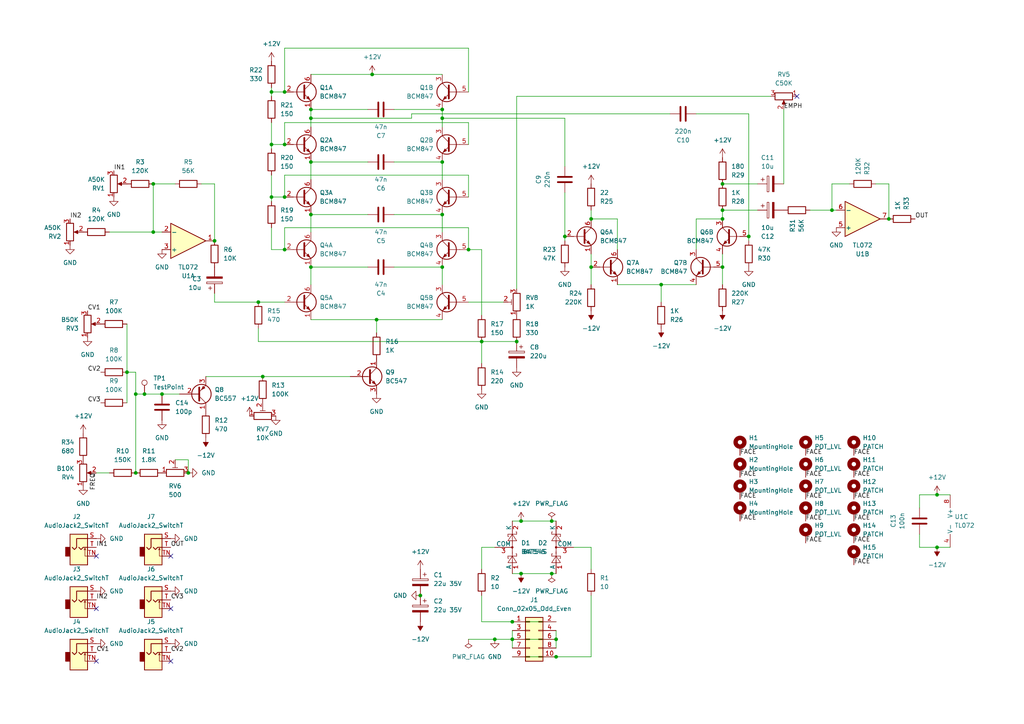
<source format=kicad_sch>
(kicad_sch (version 20230121) (generator eeschema)
  (paper "A4")
  (lib_symbols
    (symbol "Amplifier_Operational:TL072" (pin_names (offset 0.127))
      (property "Reference" "U" (at 0 5.08 0))
      (property "Value" "TL072" (at 0 -5.08 0))
      (symbol "TL072_1_1"
        (pin output line (at 7.62 0 180) (length 2.54) (name "~") (number "1"))
        (pin input line (at -7.62 -2.54 0) (length 2.54) (name "-") (number "2"))
        (pin input line (at -7.62 2.54 0) (length 2.54) (name "+") (number "3"))
      )
      (symbol "TL072_2_1"
        (pin input line (at -7.62 2.54 0) (length 2.54) (name "+") (number "5"))
        (pin input line (at -7.62 -2.54 0) (length 2.54) (name "-") (number "6"))
        (pin output line (at 7.62 0 180) (length 2.54) (name "~") (number "7"))
      )
      (symbol "TL072_3_1"
        (pin power_in line (at -2.54 -7.62 90) (length 3.81) (name "V-") (number "4"))
        (pin power_in line (at -2.54 7.62 270) (length 3.81) (name "V+") (number "8"))
      )
    )
    (symbol "Connector:TestPoint" (pin_numbers hide) (pin_names (offset 0.762) hide)
      (property "Reference" "TP" (at 0 6.858 0))
      (property "Value" "TestPoint" (at 0 5.08 0))
      (symbol "TestPoint_1_1"
        (pin passive line (at 0 0 90) (length 2.54) (name "1") (number "1"))
      )
    )
    (symbol "Device:C" (pin_numbers hide) (pin_names (offset 0.254))
      (property "Reference" "C" (at 0.635 2.54 0))
      (property "Value" "C" (at 0.635 -2.54 0))
      (symbol "C_1_1"
        (pin passive line (at 0 3.81 270) (length 2.794) (name "~") (number "1"))
        (pin passive line (at 0 -3.81 90) (length 2.794) (name "~") (number "2"))
      )
    )
    (symbol "Device:C_Polarized" (pin_numbers hide) (pin_names (offset 0.254))
      (property "Reference" "C" (at 0.635 2.54 0))
      (property "Value" "C_Polarized" (at 0.635 -2.54 0))
      (symbol "C_Polarized_1_1"
        (pin passive line (at 0 3.81 270) (length 2.794) (name "~") (number "1"))
        (pin passive line (at 0 -3.81 90) (length 2.794) (name "~") (number "2"))
      )
    )
    (symbol "Device:Q_Dual_NPN_NPN_E1B1C2E2B2C1" (pin_names (offset 0) hide)
      (property "Reference" "Q" (at 5.08 1.27 0))
      (property "Value" "Q_Dual_NPN_NPN_E1B1C2E2B2C1" (at 5.08 -1.27 0))
      (symbol "Q_Dual_NPN_NPN_E1B1C2E2B2C1_1_1"
        (pin passive line (at 2.54 -5.08 90) (length 2.54) (name "E1") (number "1"))
        (pin input line (at -5.08 0 0) (length 2.54) (name "B1") (number "2"))
        (pin passive line (at 2.54 5.08 270) (length 2.54) (name "C1") (number "6"))
      )
      (symbol "Q_Dual_NPN_NPN_E1B1C2E2B2C1_2_1"
        (pin passive line (at 2.54 5.08 270) (length 2.54) (name "C2") (number "3"))
        (pin passive line (at 2.54 -5.08 90) (length 2.54) (name "E2") (number "4"))
        (pin input line (at -5.08 0 0) (length 2.54) (name "B2") (number "5"))
      )
    )
    (symbol "Device:R" (pin_numbers hide) (pin_names (offset 0))
      (property "Reference" "R" (at 2.032 0 90))
      (property "Value" "R" (at 0 0 90))
      (symbol "R_1_1"
        (pin passive line (at 0 3.81 270) (length 1.27) (name "~") (number "1"))
        (pin passive line (at 0 -3.81 90) (length 1.27) (name "~") (number "2"))
      )
    )
    (symbol "Device:R_Potentiometer" (pin_names (offset 1.016) hide)
      (property "Reference" "RV" (at -4.445 0 90))
      (property "Value" "R_Potentiometer" (at -2.54 0 90))
      (symbol "R_Potentiometer_1_1"
        (pin passive line (at 0 3.81 270) (length 1.27) (name "1") (number "1"))
        (pin passive line (at 3.81 0 180) (length 1.27) (name "2") (number "2"))
        (pin passive line (at 0 -3.81 90) (length 1.27) (name "3") (number "3"))
      )
    )
    (symbol "Device:R_Potentiometer_Trim" (pin_names (offset 1.016) hide)
      (property "Reference" "RV" (at -4.445 0 90))
      (property "Value" "R_Potentiometer_Trim" (at -2.54 0 90))
      (symbol "R_Potentiometer_Trim_1_1"
        (pin passive line (at 0 3.81 270) (length 1.27) (name "1") (number "1"))
        (pin passive line (at 3.81 0 180) (length 1.27) (name "2") (number "2"))
        (pin passive line (at 0 -3.81 90) (length 1.27) (name "3") (number "3"))
      )
    )
    (symbol "Diode:BAT54S" (pin_names (offset 0))
      (property "Reference" "D" (at 2.54 -5.08 0))
      (property "Value" "BAT54S" (at -6.35 3.175 0))
      (symbol "BAT54S_1_1"
        (pin passive line (at -7.62 0 0) (length 3.81) (name "A") (number "1"))
        (pin passive line (at 7.62 0 180) (length 3.81) (name "K") (number "2"))
        (pin passive line (at 0 -5.08 90) (length 5.08) (name "COM") (number "3"))
      )
    )
    (symbol "Eurorack:AudioJack2_SwitchT"
      (property "Reference" "J" (at 0 8.89 0))
      (property "Value" "AudioJack2_SwitchT" (at 0 6.35 0))
      (symbol "AudioJack2_SwitchT_1_1"
        (pin passive line (at 5.08 2.54 180) (length 2.54) (name "~") (number "S"))
        (pin passive line (at 5.08 0 180) (length 2.54) (name "~") (number "T"))
        (pin passive line (at 5.08 -2.54 180) (length 2.54) (name "~") (number "TN"))
      )
    )
    (symbol "Eurorack:BC547" (pin_names (offset 0) hide)
      (property "Reference" "Q" (at 5.08 1.905 0))
      (property "Value" "BC547" (at 5.08 0 0))
      (symbol "BC547_1_1"
        (pin passive line (at 2.54 5.08 270) (length 2.54) (name "C") (number "1"))
        (pin input line (at -5.08 0 0) (length 5.08) (name "B") (number "2"))
        (pin passive line (at 2.54 -5.08 90) (length 2.54) (name "E") (number "3"))
      )
    )
    (symbol "Eurorack:Conn_02x05_Odd_Even" (pin_names (offset 1.016) hide)
      (property "Reference" "J" (at 1.27 7.62 0))
      (property "Value" "Conn_02x05_Odd_Even" (at 1.27 -7.62 0))
      (symbol "Conn_02x05_Odd_Even_1_1"
        (pin passive line (at -5.08 5.08 0) (length 3.81) (name "Pin_1") (number "1"))
        (pin passive line (at 7.62 -5.08 180) (length 3.81) (name "Pin_10") (number "10"))
        (pin passive line (at 7.62 5.08 180) (length 3.81) (name "Pin_2") (number "2"))
        (pin passive line (at -5.08 2.54 0) (length 3.81) (name "Pin_3") (number "3"))
        (pin passive line (at 7.62 2.54 180) (length 3.81) (name "Pin_4") (number "4"))
        (pin passive line (at -5.08 0 0) (length 3.81) (name "Pin_5") (number "5"))
        (pin passive line (at 7.62 0 180) (length 3.81) (name "Pin_6") (number "6"))
        (pin passive line (at -5.08 -2.54 0) (length 3.81) (name "Pin_7") (number "7"))
        (pin passive line (at 7.62 -2.54 180) (length 3.81) (name "Pin_8") (number "8"))
        (pin passive line (at -5.08 -5.08 0) (length 3.81) (name "Pin_9") (number "9"))
      )
    )
    (symbol "Eurorack:MountingHole_Pad_Output" (pin_numbers hide) (pin_names (offset 1.016) hide) (in_bom no)
      (property "Reference" "H" (at 0 6.35 0))
      (property "Value" "MountingHole_Pad_Output" (at 0 4.445 0))
      (symbol "MountingHole_Pad_Output_1_1"
        (pin output line (at 0 -2.54 90) (length 2.54) (name "1") (number "1"))
      )
    )
    (symbol "Mechanical:MountingHole_Pad" (pin_numbers hide) (pin_names (offset 1.016) hide)
      (property "Reference" "H" (at 0 6.35 0))
      (property "Value" "MountingHole_Pad" (at 0 4.445 0))
      (symbol "MountingHole_Pad_1_1"
        (pin input line (at 0 -2.54 90) (length 2.54) (name "1") (number "1"))
      )
    )
    (symbol "Transistor_BJT:BC557" (pin_names (offset 0) hide)
      (property "Reference" "Q" (at 5.08 1.905 0))
      (property "Value" "BC557" (at 5.08 0 0))
      (symbol "BC557_1_1"
        (pin passive line (at 2.54 5.08 270) (length 2.54) (name "C") (number "1"))
        (pin input line (at -5.08 0 0) (length 5.715) (name "B") (number "2"))
        (pin passive line (at 2.54 -5.08 90) (length 2.54) (name "E") (number "3"))
      )
    )
    (symbol "power:+12V" (power) (pin_names (offset 0))
      (property "Value" "+12V" (at 0 3.556 0))
      (symbol "+12V_1_1"
        (pin power_in line (at 0 0 90) (length 0) hide (name "+12V") (number "1"))
      )
    )
    (symbol "power:-12V" (power) (pin_names (offset 0))
      (property "Value" "-12V" (at 0 3.81 0))
      (symbol "-12V_0_0"
        (pin power_in line (at 0 0 90) (length 0) hide (name "-12V") (number "1"))
      )
    )
    (symbol "power:GND" (power) (pin_names (offset 0))
      (property "Value" "GND" (at 0 -3.81 0))
      (symbol "GND_1_1"
        (pin power_in line (at 0 0 270) (length 0) hide (name "GND") (number "1"))
      )
    )
    (symbol "power:PWR_FLAG" (power) (pin_numbers hide) (pin_names (offset 0) hide)
      (property "Value" "PWR_FLAG" (at 0 3.81 0))
      (symbol "PWR_FLAG_0_0"
        (pin power_out line (at 0 0 90) (length 0) (name "pwr") (number "1"))
      )
    )
  )
  (junction (at 161.29 185.42))
  (junction (at 62.23 69.85))
  (junction (at 74.93 87.63))
  (junction (at 171.45 77.47))
  (junction (at 148.59 185.42))
  (junction (at 217.17 68.58))
  (junction (at 54.61 137.16))
  (junction (at 90.17 31.75))
  (junction (at 78.74 26.67))
  (junction (at 78.74 41.91))
  (junction (at 128.27 77.47))
  (junction (at 44.45 67.31))
  (junction (at 139.7 99.06))
  (junction (at 135.89 72.39))
  (junction (at 82.55 57.15))
  (junction (at 171.45 63.5))
  (junction (at 148.59 180.34))
  (junction (at 82.55 26.67))
  (junction (at 128.27 62.23))
  (junction (at 39.37 137.16))
  (junction (at 209.55 53.34))
  (junction (at 90.17 34.29))
  (junction (at 39.37 114.3))
  (junction (at 271.78 143.51))
  (junction (at 44.45 53.34))
  (junction (at 209.55 60.96))
  (junction (at 209.55 77.47))
  (junction (at 161.29 190.5))
  (junction (at 151.13 151.13))
  (junction (at 90.17 77.47))
  (junction (at 107.95 21.59))
  (junction (at 128.27 34.29))
  (junction (at 82.55 72.39))
  (junction (at 160.02 166.37))
  (junction (at 76.2 109.22))
  (junction (at 41.91 114.3))
  (junction (at 191.77 82.55))
  (junction (at 82.55 41.91))
  (junction (at 241.3 60.96))
  (junction (at 143.51 185.42))
  (junction (at 90.17 62.23))
  (junction (at 36.83 107.95))
  (junction (at 90.17 46.99))
  (junction (at 128.27 46.99))
  (junction (at 121.92 172.72))
  (junction (at 257.81 63.5))
  (junction (at 151.13 166.37))
  (junction (at 46.99 114.3))
  (junction (at 209.55 63.5))
  (junction (at 271.78 158.75))
  (junction (at 78.74 57.15))
  (junction (at 128.27 31.75))
  (junction (at 149.86 99.06))
  (junction (at 163.83 68.58))
  (junction (at 109.22 92.71))
  (junction (at 160.02 151.13))
  (no_connect (at 231.14 27.94))
  (no_connect (at 27.94 161.29))
  (no_connect (at 27.94 176.53))
  (no_connect (at 27.94 191.77))
  (no_connect (at 49.53 191.77))
  (no_connect (at 49.53 161.29))
  (no_connect (at 49.53 176.53))
  (wire (pts (xy 160.02 151.13) (xy 161.29 151.13)))
  (wire (pts (xy 209.55 77.47) (xy 209.55 82.55)))
  (wire (pts (xy 78.74 66.04) (xy 78.74 72.39)))
  (wire (pts (xy 171.45 158.75) (xy 171.45 165.1)))
  (wire (pts (xy 101.6 109.22) (xy 76.2 109.22)))
  (wire (pts (xy 191.77 82.55) (xy 201.93 82.55)))
  (wire (pts (xy 78.74 41.91) (xy 82.55 41.91)))
  (wire (pts (xy 241.3 53.34) (xy 241.3 60.96)))
  (wire (pts (xy 119.38 34.29) (xy 119.38 33.02)))
  (wire (pts (xy 90.17 92.71) (xy 109.22 92.71)))
  (wire (pts (xy 78.74 57.15) (xy 82.55 57.15)))
  (wire (pts (xy 148.59 180.34) (xy 161.29 180.34)))
  (wire (pts (xy 148.59 166.37) (xy 151.13 166.37)))
  (wire (pts (xy 163.83 34.29) (xy 128.27 34.29)))
  (wire (pts (xy 254 53.34) (xy 257.81 53.34)))
  (wire (pts (xy 44.45 53.34) (xy 50.8 53.34)))
  (wire (pts (xy 78.74 26.67) (xy 82.55 26.67)))
  (wire (pts (xy 107.95 21.59) (xy 128.27 21.59)))
  (wire (pts (xy 135.89 50.8) (xy 135.89 57.15)))
  (wire (pts (xy 171.45 63.5) (xy 179.07 63.5)))
  (wire (pts (xy 52.07 114.3) (xy 46.99 114.3)))
  (wire (pts (xy 217.17 68.58) (xy 217.17 69.85)))
  (wire (pts (xy 139.7 172.72) (xy 139.7 180.34)))
  (wire (pts (xy 151.13 151.13) (xy 160.02 151.13)))
  (wire (pts (xy 241.3 60.96) (xy 242.57 60.96)))
  (wire (pts (xy 171.45 60.96) (xy 171.45 63.5)))
  (wire (pts (xy 82.55 35.56) (xy 135.89 35.56)))
  (wire (pts (xy 128.27 62.23) (xy 128.27 67.31)))
  (wire (pts (xy 139.7 99.06) (xy 149.86 99.06)))
  (wire (pts (xy 234.95 60.96) (xy 241.3 60.96)))
  (wire (pts (xy 39.37 107.95) (xy 36.83 107.95)))
  (wire (pts (xy 44.45 67.31) (xy 46.99 67.31)))
  (wire (pts (xy 82.55 66.04) (xy 135.89 66.04)))
  (wire (pts (xy 109.22 92.71) (xy 109.22 96.52)))
  (wire (pts (xy 209.55 60.96) (xy 219.71 60.96)))
  (wire (pts (xy 257.81 53.34) (xy 257.81 63.5)))
  (wire (pts (xy 78.74 72.39) (xy 82.55 72.39)))
  (wire (pts (xy 217.17 33.02) (xy 201.93 33.02)))
  (wire (pts (xy 109.22 92.71) (xy 128.27 92.71)))
  (wire (pts (xy 90.17 77.47) (xy 90.17 82.55)))
  (wire (pts (xy 31.75 67.31) (xy 44.45 67.31)))
  (wire (pts (xy 27.94 137.16) (xy 31.75 137.16)))
  (wire (pts (xy 135.89 185.42) (xy 143.51 185.42)))
  (wire (pts (xy 266.7 158.75) (xy 266.7 154.94)))
  (wire (pts (xy 78.74 35.56) (xy 78.74 41.91)))
  (wire (pts (xy 39.37 114.3) (xy 39.37 137.16)))
  (wire (pts (xy 163.83 68.58) (xy 163.83 55.88)))
  (wire (pts (xy 82.55 72.39) (xy 82.55 66.04)))
  (wire (pts (xy 191.77 82.55) (xy 191.77 87.63)))
  (wire (pts (xy 148.59 185.42) (xy 148.59 187.96)))
  (wire (pts (xy 275.59 158.75) (xy 271.78 158.75)))
  (wire (pts (xy 82.55 57.15) (xy 82.55 50.8)))
  (wire (pts (xy 90.17 31.75) (xy 90.17 34.29)))
  (wire (pts (xy 90.17 62.23) (xy 90.17 67.31)))
  (wire (pts (xy 135.89 13.97) (xy 135.89 26.67)))
  (wire (pts (xy 135.89 66.04) (xy 135.89 72.39)))
  (wire (pts (xy 62.23 53.34) (xy 62.23 69.85)))
  (wire (pts (xy 227.33 31.75) (xy 227.33 53.34)))
  (wire (pts (xy 74.93 99.06) (xy 139.7 99.06)))
  (wire (pts (xy 114.3 77.47) (xy 128.27 77.47)))
  (wire (pts (xy 148.59 182.88) (xy 148.59 185.42)))
  (wire (pts (xy 90.17 34.29) (xy 90.17 36.83)))
  (wire (pts (xy 148.59 151.13) (xy 151.13 151.13)))
  (wire (pts (xy 90.17 46.99) (xy 90.17 52.07)))
  (wire (pts (xy 135.89 87.63) (xy 146.05 87.63)))
  (wire (pts (xy 128.27 34.29) (xy 128.27 31.75)))
  (wire (pts (xy 217.17 33.02) (xy 217.17 68.58)))
  (wire (pts (xy 139.7 158.75) (xy 143.51 158.75)))
  (wire (pts (xy 209.55 60.96) (xy 209.55 63.5)))
  (wire (pts (xy 50.8 133.35) (xy 54.61 133.35)))
  (wire (pts (xy 106.68 31.75) (xy 90.17 31.75)))
  (wire (pts (xy 54.61 133.35) (xy 54.61 137.16)))
  (wire (pts (xy 246.38 53.34) (xy 241.3 53.34)))
  (wire (pts (xy 135.89 35.56) (xy 135.89 41.91)))
  (wire (pts (xy 74.93 87.63) (xy 82.55 87.63)))
  (wire (pts (xy 201.93 63.5) (xy 209.55 63.5)))
  (wire (pts (xy 128.27 34.29) (xy 128.27 36.83)))
  (wire (pts (xy 161.29 185.42) (xy 161.29 187.96)))
  (wire (pts (xy 171.45 190.5) (xy 161.29 190.5)))
  (wire (pts (xy 78.74 26.67) (xy 78.74 27.94)))
  (wire (pts (xy 78.74 57.15) (xy 78.74 58.42)))
  (wire (pts (xy 76.2 109.22) (xy 59.69 109.22)))
  (wire (pts (xy 90.17 77.47) (xy 106.68 77.47)))
  (wire (pts (xy 74.93 95.25) (xy 74.93 99.06)))
  (wire (pts (xy 78.74 50.8) (xy 78.74 57.15)))
  (wire (pts (xy 171.45 172.72) (xy 171.45 190.5)))
  (wire (pts (xy 201.93 72.39) (xy 201.93 63.5)))
  (wire (pts (xy 82.55 50.8) (xy 135.89 50.8)))
  (wire (pts (xy 149.86 27.94) (xy 149.86 83.82)))
  (wire (pts (xy 266.7 143.51) (xy 266.7 147.32)))
  (wire (pts (xy 44.45 53.34) (xy 44.45 67.31)))
  (wire (pts (xy 58.42 53.34) (xy 62.23 53.34)))
  (wire (pts (xy 163.83 69.85) (xy 163.83 68.58)))
  (wire (pts (xy 46.99 114.3) (xy 41.91 114.3)))
  (wire (pts (xy 114.3 31.75) (xy 128.27 31.75)))
  (wire (pts (xy 179.07 82.55) (xy 191.77 82.55)))
  (wire (pts (xy 151.13 166.37) (xy 160.02 166.37)))
  (wire (pts (xy 161.29 182.88) (xy 161.29 185.42)))
  (wire (pts (xy 82.55 26.67) (xy 82.55 13.97)))
  (wire (pts (xy 90.17 34.29) (xy 119.38 34.29)))
  (wire (pts (xy 139.7 158.75) (xy 139.7 165.1)))
  (wire (pts (xy 41.91 114.3) (xy 39.37 114.3)))
  (wire (pts (xy 106.68 62.23) (xy 90.17 62.23)))
  (wire (pts (xy 171.45 77.47) (xy 171.45 82.55)))
  (wire (pts (xy 114.3 46.99) (xy 128.27 46.99)))
  (wire (pts (xy 163.83 48.26) (xy 163.83 34.29)))
  (wire (pts (xy 148.59 190.5) (xy 161.29 190.5)))
  (wire (pts (xy 209.55 73.66) (xy 209.55 77.47)))
  (wire (pts (xy 139.7 72.39) (xy 139.7 91.44)))
  (wire (pts (xy 139.7 180.34) (xy 148.59 180.34)))
  (wire (pts (xy 160.02 166.37) (xy 161.29 166.37)))
  (wire (pts (xy 78.74 25.4) (xy 78.74 26.67)))
  (wire (pts (xy 275.59 143.51) (xy 271.78 143.51)))
  (wire (pts (xy 128.27 77.47) (xy 128.27 82.55)))
  (wire (pts (xy 135.89 72.39) (xy 139.7 72.39)))
  (wire (pts (xy 62.23 87.63) (xy 74.93 87.63)))
  (wire (pts (xy 62.23 85.09) (xy 62.23 87.63)))
  (wire (pts (xy 179.07 63.5) (xy 179.07 72.39)))
  (wire (pts (xy 82.55 41.91) (xy 82.55 35.56)))
  (wire (pts (xy 82.55 13.97) (xy 135.89 13.97)))
  (wire (pts (xy 114.3 62.23) (xy 128.27 62.23)))
  (wire (pts (xy 39.37 114.3) (xy 39.37 107.95)))
  (wire (pts (xy 223.52 27.94) (xy 149.86 27.94)))
  (wire (pts (xy 171.45 158.75) (xy 166.37 158.75)))
  (wire (pts (xy 271.78 143.51) (xy 266.7 143.51)))
  (wire (pts (xy 36.83 107.95) (xy 36.83 116.84)))
  (wire (pts (xy 209.55 53.34) (xy 219.71 53.34)))
  (wire (pts (xy 271.78 158.75) (xy 266.7 158.75)))
  (wire (pts (xy 119.38 33.02) (xy 194.31 33.02)))
  (wire (pts (xy 36.83 93.98) (xy 36.83 107.95)))
  (wire (pts (xy 139.7 99.06) (xy 139.7 105.41)))
  (wire (pts (xy 90.17 21.59) (xy 107.95 21.59)))
  (wire (pts (xy 128.27 46.99) (xy 128.27 52.07)))
  (wire (pts (xy 78.74 41.91) (xy 78.74 43.18)))
  (wire (pts (xy 106.68 46.99) (xy 90.17 46.99)))
  (wire (pts (xy 148.59 185.42) (xy 161.29 185.42)))
  (wire (pts (xy 143.51 185.42) (xy 148.59 185.42)))
  (wire (pts (xy 171.45 73.66) (xy 171.45 77.47)))
  (label "FREQ" (at 27.94 137.16 270))
  (label "CV2" (at 49.53 189.23 0))
  (label "EMPH" (at 227.33 31.75 0))
  (label "CV3" (at 29.21 116.84 180))
  (label "FACE" (at 247.65 163.83 0))
  (label "FACE" (at 233.68 132.08 0))
  (label "IN1" (at 27.94 158.75 0))
  (label "FACE" (at 247.65 151.13 0))
  (label "FACE" (at 214.63 138.43 0))
  (label "CV2" (at 29.21 107.95 180))
  (label "FACE" (at 233.68 151.13 0))
  (label "FACE" (at 247.65 138.43 0))
  (label "CV1" (at 27.94 189.23 0))
  (label "FACE" (at 233.68 138.43 0))
  (label "CV3" (at 49.53 173.99 0))
  (label "FACE" (at 233.68 144.78 0))
  (label "IN1" (at 33.02 49.53 0))
  (label "FACE" (at 214.63 151.13 0))
  (label "FACE" (at 214.63 144.78 0))
  (label "FACE" (at 247.65 132.08 0))
  (label "FACE" (at 233.68 157.48 0))
  (label "FACE" (at 214.63 132.08 0))
  (label "FACE" (at 247.65 157.48 0))
  (label "FACE" (at 247.65 144.78 0))
  (label "OUT" (at 49.53 158.75 0))
  (label "CV1" (at 25.4 90.17 0))
  (label "OUT" (at 265.43 63.5 0))
  (label "IN2" (at 27.94 173.99 0))
  (label "IN2" (at 20.32 63.5 0))
  (symbol (lib_id "Device:R") (at 74.93 91.44 180) (unit 1)
    (property "Reference" "R15" (at 77.47 90.17 0) (effects (justify right)))
    (property "Value" "470" (at 77.47 92.71 0) (effects (justify right)))
    (property "Footprint" "Resistor_SMD:R_0805_2012Metric" (effects hide))
  )
  (symbol (lib_id "power:GND") (at 49.53 156.21 90) (unit 1)
    (property "Reference" "#PWR012" (effects hide))
    (property "Value" "GND" (at 53.34 156.21 90) (effects (justify right)))
  )
  (symbol (lib_id "Device:R_Potentiometer") (at 227.33 27.94 270) (unit 1)
    (property "Reference" "RV5" (at 227.33 21.59 90))
    (property "Value" "C50K" (at 227.33 24.13 90))
    (property "Footprint" "Eurorack:Potentiometer_RV16AF-41-15R1" (effects hide))
    (property "Vendor" "Tayda" (effects hide))
    (property "PartNum" "A-4181" (effects hide))
  )
  (symbol (lib_id "Device:Q_Dual_NPN_NPN_E1B1C2E2B2C1") (at 204.47 77.47 0) (mirror y) (unit 2)
    (property "Reference" "Q7" (at 199.39 76.2 0) (effects (justify left)))
    (property "Value" "BCM847" (at 199.39 78.74 0) (effects (justify left)))
    (property "Footprint" "Package_SO:TSOP-6_1.65x3.05mm_P0.95mm" (effects hide))
    (property "Vendor" "Mouser" (effects hide))
    (property "PartNum" "771-BCM847DS135" (effects hide))
  )
  (symbol (lib_id "power:GND") (at 80.01 120.65 0) (unit 1)
    (property "Reference" "#PWR022" (effects hide))
    (property "Value" "GND" (at 80.01 125.73 0))
  )
  (symbol (lib_id "Mechanical:MountingHole_Pad") (at 247.65 161.29 0) (unit 1) (in_bom no)
    (property "Reference" "H15" (at 250.19 158.75 0) (effects (justify left)))
    (property "Value" "PATCH" (at 250.19 161.29 0) (effects (justify left)))
    (property "Footprint" "Eurorack:Mech-AudioJack-Hole-Output" (effects hide))
  )
  (symbol (lib_id "power:GND") (at 27.94 156.21 90) (unit 1)
    (property "Reference" "#PWR011" (effects hide))
    (property "Value" "GND" (at 31.75 156.21 90) (effects (justify right)))
  )
  (symbol (lib_id "Device:R_Potentiometer_Trim") (at 76.2 120.65 90) (unit 1)
    (property "Reference" "RV7" (at 76.2 124.46 90))
    (property "Value" "10K" (at 76.2 127 90))
    (property "Footprint" "Potentiometer_THT:Potentiometer_Bourns_3296W_Vertical" (effects hide))
  )
  (symbol (lib_id "Eurorack:AudioJack2_SwitchT") (at 44.45 189.23 0) (unit 1)
    (property "Reference" "J5" (at 43.815 180.34 0))
    (property "Value" "AudioJack2_SwitchT" (at 43.815 182.88 0))
    (property "Footprint" "Eurorack:AudioJack2_Tayda_A-2566" (effects hide))
    (property "Vendor" "Tayda" (effects hide))
    (property "PartNum" "A-2566" (effects hide))
  )
  (symbol (lib_id "power:GND") (at 163.83 77.47 0) (unit 1)
    (property "Reference" "#PWR029" (effects hide))
    (property "Value" "GND" (at 163.83 82.55 0))
  )
  (symbol (lib_id "power:+12V") (at 24.13 125.73 0) (unit 1)
    (property "Reference" "#PWR037" (effects hide))
    (property "Value" "+12V" (at 24.13 120.65 0))
  )
  (symbol (lib_id "power:-12V") (at 171.45 90.17 180) (unit 1)
    (property "Reference" "#PWR030" (effects hide))
    (property "Value" "-12V" (at 171.45 95.25 0))
  )
  (symbol (lib_id "Device:R") (at 78.74 31.75 180) (unit 1)
    (property "Reference" "R21" (at 81.28 30.48 0) (effects (justify right)))
    (property "Value" "150" (at 81.28 33.02 0) (effects (justify right)))
    (property "Footprint" "Resistor_SMD:R_0805_2012Metric" (effects hide))
  )
  (symbol (lib_id "power:+12V") (at 78.74 17.78 0) (unit 1)
    (property "Reference" "#PWR027" (effects hide))
    (property "Value" "+12V" (at 78.74 12.7 0))
  )
  (symbol (lib_id "Device:R") (at 78.74 46.99 180) (unit 1)
    (property "Reference" "R20" (at 81.28 45.72 0) (effects (justify right)))
    (property "Value" "150" (at 81.28 48.26 0) (effects (justify right)))
    (property "Footprint" "Resistor_SMD:R_0805_2012Metric" (effects hide))
  )
  (symbol (lib_id "Device:R") (at 33.02 107.95 90) (unit 1)
    (property "Reference" "R8" (at 33.02 101.6 90))
    (property "Value" "100K" (at 33.02 104.14 90))
    (property "Footprint" "Resistor_SMD:R_0805_2012Metric" (effects hide))
  )
  (symbol (lib_id "power:-12V") (at 191.77 95.25 180) (unit 1)
    (property "Reference" "#PWR031" (effects hide))
    (property "Value" "-12V" (at 191.77 100.33 0))
  )
  (symbol (lib_id "power:+12V") (at 107.95 21.59 0) (unit 1)
    (property "Reference" "#PWR026" (effects hide))
    (property "Value" "+12V" (at 107.95 16.51 0))
  )
  (symbol (lib_id "Device:C_Polarized") (at 121.92 176.53 0) (mirror y) (unit 1)
    (property "Reference" "C2" (at 125.73 174.371 0) (effects (justify right)))
    (property "Value" "22u 35V" (at 125.73 176.911 0) (effects (justify right)))
    (property "Footprint" "Capacitor_THT:CP_Radial_D5.0mm_P2.50mm" (effects hide))
  )
  (symbol (lib_id "Mechanical:MountingHole_Pad") (at 247.65 129.54 0) (unit 1) (in_bom no)
    (property "Reference" "H10" (at 250.19 127 0) (effects (justify left)))
    (property "Value" "PATCH" (at 250.19 129.54 0) (effects (justify left)))
    (property "Footprint" "Eurorack:Mech-AudioJack-Hole" (effects hide))
  )
  (symbol (lib_id "Mechanical:MountingHole_Pad") (at 233.68 148.59 0) (unit 1) (in_bom no)
    (property "Reference" "H8" (at 236.22 146.05 0) (effects (justify left)))
    (property "Value" "POT_LVL" (at 236.22 148.59 0) (effects (justify left)))
    (property "Footprint" "Eurorack:Mech-Potentiometer-Hole_level" (effects hide))
  )
  (symbol (lib_id "Mechanical:MountingHole_Pad") (at 233.68 129.54 0) (unit 1) (in_bom no)
    (property "Reference" "H5" (at 236.22 127 0) (effects (justify left)))
    (property "Value" "POT_LVL" (at 236.22 129.54 0) (effects (justify left)))
    (property "Footprint" "Eurorack:Mech-Potentiometer-Hole_level" (effects hide))
  )
  (symbol (lib_id "Device:C_Polarized") (at 223.52 60.96 90) (mirror x) (unit 1)
    (property "Reference" "C12" (at 222.631 68.58 90))
    (property "Value" "10u" (at 222.631 66.04 90))
    (property "Footprint" "Capacitor_THT:CP_Radial_D5.0mm_P2.50mm" (effects hide))
  )
  (symbol (lib_id "power:-12V") (at 209.55 90.17 180) (unit 1)
    (property "Reference" "#PWR033" (effects hide))
    (property "Value" "-12V" (at 209.55 95.25 0))
  )
  (symbol (lib_id "Eurorack:BC547") (at 106.68 109.22 0) (unit 1)
    (property "Reference" "Q9" (at 111.76 107.95 0) (effects (justify left)))
    (property "Value" "BC547" (at 111.76 110.49 0) (effects (justify left)))
    (property "Footprint" "Package_TO_SOT_THT:TO-92L_Inline_Wide" (effects hide))
    (property "Datasheet" "https://www.onsemi.com/pub/Collateral/BC550-D.pdf" (effects hide))
    (property "Vendor" "Mouser" (effects hide))
    (property "PartNum" "637-BC547C" (effects hide))
  )
  (symbol (lib_id "Device:Q_Dual_NPN_NPN_E1B1C2E2B2C1") (at 87.63 26.67 0) (unit 1)
    (property "Reference" "Q1" (at 92.71 25.4 0) (effects (justify left)))
    (property "Value" "BCM847" (at 92.71 27.94 0) (effects (justify left)))
    (property "Footprint" "Package_SO:TSOP-6_1.65x3.05mm_P0.95mm" (effects hide))
    (property "Vendor" "Mouser" (effects hide))
    (property "PartNum" "771-BCM847DS135" (effects hide))
  )
  (symbol (lib_id "Transistor_BJT:BC557") (at 57.15 114.3 0) (mirror x) (unit 1)
    (property "Reference" "Q8" (at 62.23 113.03 0) (effects (justify left)))
    (property "Value" "BC557" (at 62.23 115.57 0) (effects (justify left)))
    (property "Footprint" "Package_TO_SOT_THT:TO-92L_Inline_Wide" (effects hide))
    (property "Datasheet" "https://www.onsemi.com/pub/Collateral/BC556BTA-D.pdf" (effects hide))
    (property "Vendor" "Mouser" (effects hide))
    (property "PartNum" "637-BC557B" (effects hide))
  )
  (symbol (lib_id "Device:R") (at 33.02 116.84 90) (unit 1)
    (property "Reference" "R9" (at 33.02 110.49 90))
    (property "Value" "100K" (at 33.02 113.03 90))
    (property "Footprint" "Resistor_SMD:R_0805_2012Metric" (effects hide))
  )
  (symbol (lib_id "Device:C") (at 266.7 151.13 0) (unit 1)
    (property "Reference" "C13" (at 259.08 151.13 90))
    (property "Value" "100n" (at 261.62 151.13 90))
    (property "Footprint" "Capacitor_SMD:C_0805_2012Metric" (effects hide))
  )
  (symbol (lib_id "Mechanical:MountingHole_Pad") (at 247.65 142.24 0) (unit 1) (in_bom no)
    (property "Reference" "H12" (at 250.19 139.7 0) (effects (justify left)))
    (property "Value" "PATCH" (at 250.19 142.24 0) (effects (justify left)))
    (property "Footprint" "Eurorack:Mech-AudioJack-Hole" (effects hide))
  )
  (symbol (lib_id "Device:R") (at 250.19 53.34 270) (mirror x) (unit 1)
    (property "Reference" "R32" (at 251.46 50.8 0) (effects (justify left)))
    (property "Value" "120K" (at 248.92 50.8 0) (effects (justify left)))
    (property "Footprint" "Resistor_SMD:R_0805_2012Metric" (effects hide))
  )
  (symbol (lib_id "Eurorack:Conn_02x05_Odd_Even") (at 153.67 185.42 0) (unit 1)
    (property "Reference" "J1" (at 154.94 173.99 0))
    (property "Value" "Conn_02x05_Odd_Even" (at 154.94 176.53 0))
    (property "Footprint" "Eurorack:PinHeader_2x05_P2.54mm_Vertical" (effects hide))
    (property "Vendor" "Tayda" (effects hide))
    (property "PartNum" "A-2939" (effects hide))
  )
  (symbol (lib_id "Device:Q_Dual_NPN_NPN_E1B1C2E2B2C1") (at 168.91 68.58 0) (unit 1)
    (property "Reference" "Q6" (at 173.99 67.31 0) (effects (justify left)))
    (property "Value" "BCM847" (at 173.99 69.85 0) (effects (justify left)))
    (property "Footprint" "Package_SO:TSOP-6_1.65x3.05mm_P0.95mm" (effects hide))
    (property "Vendor" "Mouser" (effects hide))
    (property "PartNum" "771-BCM847DS135" (effects hide))
  )
  (symbol (lib_id "Eurorack:AudioJack2_SwitchT") (at 22.86 173.99 0) (unit 1)
    (property "Reference" "J3" (at 22.225 165.1 0))
    (property "Value" "AudioJack2_SwitchT" (at 22.225 167.64 0))
    (property "Footprint" "Eurorack:AudioJack2_Tayda_A-2566" (effects hide))
    (property "Vendor" "Tayda" (effects hide))
    (property "PartNum" "A-2566" (effects hide))
  )
  (symbol (lib_id "Device:C_Polarized") (at 121.92 168.91 0) (mirror y) (unit 1)
    (property "Reference" "C1" (at 125.73 166.751 0) (effects (justify right)))
    (property "Value" "22u 35V" (at 125.73 169.291 0) (effects (justify right)))
    (property "Footprint" "Capacitor_THT:CP_Radial_D5.0mm_P2.50mm" (effects hide))
  )
  (symbol (lib_id "power:-12V") (at 271.78 158.75 180) (unit 1)
    (property "Reference" "#PWR014" (effects hide))
    (property "Value" "-12V" (at 271.78 163.83 0))
  )
  (symbol (lib_id "Device:R_Potentiometer") (at 33.02 53.34 0) (mirror x) (unit 1)
    (property "Reference" "RV1" (at 30.48 54.61 0) (effects (justify right)))
    (property "Value" "A50K" (at 30.48 52.07 0) (effects (justify right)))
    (property "Footprint" "Eurorack:Potentiometer_RV16AF-41-15R1" (effects hide))
    (property "Vendor" "Tayda" (effects hide))
    (property "PartNum" "A-4182" (effects hide))
  )
  (symbol (lib_id "Device:R") (at 231.14 60.96 90) (mirror x) (unit 1)
    (property "Reference" "R31" (at 229.87 63.5 0) (effects (justify left)))
    (property "Value" "56K" (at 232.41 63.5 0) (effects (justify left)))
    (property "Footprint" "Resistor_SMD:R_0805_2012Metric" (effects hide))
  )
  (symbol (lib_id "power:-12V") (at 59.69 127 180) (unit 1)
    (property "Reference" "#PWR021" (effects hide))
    (property "Value" "-12V" (at 59.69 132.08 0))
  )
  (symbol (lib_id "Eurorack:AudioJack2_SwitchT") (at 44.45 158.75 0) (unit 1)
    (property "Reference" "J7" (at 43.815 149.86 0))
    (property "Value" "AudioJack2_SwitchT" (at 43.815 152.4 0))
    (property "Footprint" "Eurorack:AudioJack2_Tayda_A-2566" (effects hide))
    (property "Vendor" "Tayda" (effects hide))
    (property "PartNum" "A-2566" (effects hide))
  )
  (symbol (lib_id "Device:R") (at 78.74 21.59 0) (mirror y) (unit 1)
    (property "Reference" "R22" (at 76.2 20.32 0) (effects (justify left)))
    (property "Value" "330" (at 76.2 22.86 0) (effects (justify left)))
    (property "Footprint" "Resistor_SMD:R_0805_2012Metric" (effects hide))
  )
  (symbol (lib_id "Device:Q_Dual_NPN_NPN_E1B1C2E2B2C1") (at 87.63 72.39 0) (unit 1)
    (property "Reference" "Q4" (at 92.71 71.12 0) (effects (justify left)))
    (property "Value" "BCM847" (at 92.71 73.66 0) (effects (justify left)))
    (property "Footprint" "Package_SO:TSOP-6_1.65x3.05mm_P0.95mm" (effects hide))
    (property "Vendor" "Mouser" (effects hide))
    (property "PartNum" "771-BCM847DS135" (effects hide))
  )
  (symbol (lib_id "Device:C") (at 110.49 31.75 90) (unit 1)
    (property "Reference" "C7" (at 110.49 39.37 90))
    (property "Value" "47n" (at 110.49 36.83 90))
    (property "Footprint" "Capacitor_SMD:C_0805_2012Metric" (effects hide))
  )
  (symbol (lib_id "power:-12V") (at 121.92 180.34 180) (unit 1)
    (property "Reference" "#PWR06" (effects hide))
    (property "Value" "-12V" (at 121.92 185.42 0))
  )
  (symbol (lib_id "Eurorack:AudioJack2_SwitchT") (at 44.45 173.99 0) (unit 1)
    (property "Reference" "J6" (at 43.815 165.1 0))
    (property "Value" "AudioJack2_SwitchT" (at 43.815 167.64 0))
    (property "Footprint" "Eurorack:AudioJack2_Tayda_A-2566" (effects hide))
    (property "Vendor" "Tayda" (effects hide))
    (property "PartNum" "A-2566" (effects hide))
  )
  (symbol (lib_id "Diode:BAT54S") (at 148.59 158.75 270) (mirror x) (unit 1)
    (property "Reference" "D1" (at 151.13 157.48 90) (effects (justify left)))
    (property "Value" "BAT54S" (at 151.13 160.02 90) (effects (justify left)))
    (property "Footprint" "Package_TO_SOT_SMD:SOT-23" (effects hide))
    (property "Datasheet" "https://www.diodes.com/assets/Datasheets/ds11005.pdf" (effects hide))
    (property "Vendor" "Mouser" (effects hide))
    (property "PartNum" "863-BAT54SLT1G" (effects hide))
  )
  (symbol (lib_id "power:PWR_FLAG") (at 135.89 185.42 0) (mirror x) (unit 1)
    (property "Reference" "#FLG03" (effects hide))
    (property "Value" "PWR_FLAG" (at 135.89 190.5 0))
  )
  (symbol (lib_id "Device:C") (at 110.49 77.47 90) (unit 1)
    (property "Reference" "C4" (at 110.49 85.09 90))
    (property "Value" "47n" (at 110.49 82.55 90))
    (property "Footprint" "Capacitor_SMD:C_0805_2012Metric" (effects hide))
  )
  (symbol (lib_id "Mechanical:MountingHole_Pad") (at 214.63 148.59 0) (unit 1) (in_bom no)
    (property "Reference" "H4" (at 217.17 146.05 0) (effects (justify left)))
    (property "Value" "MountingHole" (at 217.17 148.59 0) (effects (justify left)))
    (property "Footprint" "Eurorack:Mech-MountingHole" (effects hide))
  )
  (symbol (lib_id "Device:R") (at 59.69 123.19 0) (unit 1)
    (property "Reference" "R12" (at 62.23 121.92 0) (effects (justify left)))
    (property "Value" "470" (at 62.23 124.46 0) (effects (justify left)))
    (property "Footprint" "Resistor_SMD:R_0805_2012Metric" (effects hide))
  )
  (symbol (lib_id "Device:Q_Dual_NPN_NPN_E1B1C2E2B2C1") (at 130.81 72.39 0) (mirror y) (unit 2)
    (property "Reference" "Q4" (at 125.73 71.12 0) (effects (justify left)))
    (property "Value" "BCM847" (at 125.73 73.66 0) (effects (justify left)))
    (property "Footprint" "Package_SO:TSOP-6_1.65x3.05mm_P0.95mm" (effects hide))
    (property "Vendor" "Mouser" (effects hide))
    (property "PartNum" "771-BCM847DS135" (effects hide))
  )
  (symbol (lib_id "Device:Q_Dual_NPN_NPN_E1B1C2E2B2C1") (at 176.53 77.47 0) (unit 1)
    (property "Reference" "Q7" (at 181.61 76.2 0) (effects (justify left)))
    (property "Value" "BCM847" (at 181.61 78.74 0) (effects (justify left)))
    (property "Footprint" "Package_SO:TSOP-6_1.65x3.05mm_P0.95mm" (effects hide))
    (property "Vendor" "Mouser" (effects hide))
    (property "PartNum" "771-BCM847DS135" (effects hide))
  )
  (symbol (lib_id "power:GND") (at 27.94 186.69 90) (unit 1)
    (property "Reference" "#PWR09" (effects hide))
    (property "Value" "GND" (at 31.75 186.69 90) (effects (justify right)))
  )
  (symbol (lib_id "Mechanical:MountingHole_Pad") (at 247.65 135.89 0) (unit 1) (in_bom no)
    (property "Reference" "H11" (at 250.19 133.35 0) (effects (justify left)))
    (property "Value" "PATCH" (at 250.19 135.89 0) (effects (justify left)))
    (property "Footprint" "Eurorack:Mech-AudioJack-Hole" (effects hide))
  )
  (symbol (lib_id "Device:R") (at 54.61 53.34 90) (unit 1)
    (property "Reference" "R5" (at 54.61 46.99 90))
    (property "Value" "56K" (at 54.61 49.53 90))
    (property "Footprint" "Resistor_SMD:R_0805_2012Metric" (effects hide))
  )
  (symbol (lib_id "power:GND") (at 143.51 185.42 0) (unit 1)
    (property "Reference" "#PWR03" (effects hide))
    (property "Value" "GND" (at 143.51 190.5 0))
  )
  (symbol (lib_id "Device:R") (at 139.7 95.25 180) (unit 1)
    (property "Reference" "R17" (at 142.24 93.98 0) (effects (justify right)))
    (property "Value" "150" (at 142.24 96.52 0) (effects (justify right)))
    (property "Footprint" "Resistor_SMD:R_0805_2012Metric" (effects hide))
  )
  (symbol (lib_id "Device:C_Polarized") (at 149.86 102.87 0) (mirror y) (unit 1)
    (property "Reference" "C8" (at 153.67 100.711 0) (effects (justify right)))
    (property "Value" "220u" (at 153.67 103.251 0) (effects (justify right)))
    (property "Footprint" "Capacitor_THT:CP_Radial_D8.0mm_P2.50mm" (effects hide))
  )
  (symbol (lib_id "Device:R") (at 33.02 93.98 90) (unit 1)
    (property "Reference" "R7" (at 33.02 87.63 90))
    (property "Value" "100K" (at 33.02 90.17 90))
    (property "Footprint" "Resistor_SMD:R_0805_2012Metric" (effects hide))
  )
  (symbol (lib_id "power:GND") (at 217.17 77.47 0) (unit 1)
    (property "Reference" "#PWR035" (effects hide))
    (property "Value" "GND" (at 217.17 82.55 0))
  )
  (symbol (lib_id "Device:C") (at 163.83 52.07 0) (unit 1)
    (property "Reference" "C9" (at 156.21 52.07 90))
    (property "Value" "220n" (at 158.75 52.07 90))
    (property "Footprint" "Capacitor_SMD:C_0805_2012Metric" (effects hide))
  )
  (symbol (lib_id "Device:R") (at 261.62 63.5 270) (mirror x) (unit 1)
    (property "Reference" "R33" (at 262.89 60.96 0) (effects (justify left)))
    (property "Value" "1K" (at 260.35 60.96 0) (effects (justify left)))
    (property "Footprint" "Resistor_SMD:R_0805_2012Metric" (effects hide))
  )
  (symbol (lib_id "Device:Q_Dual_NPN_NPN_E1B1C2E2B2C1") (at 87.63 57.15 0) (unit 1)
    (property "Reference" "Q3" (at 92.71 55.88 0) (effects (justify left)))
    (property "Value" "BCM847" (at 92.71 58.42 0) (effects (justify left)))
    (property "Footprint" "Package_SO:TSOP-6_1.65x3.05mm_P0.95mm" (effects hide))
    (property "Vendor" "Mouser" (effects hide))
    (property "PartNum" "771-BCM847DS135" (effects hide))
  )
  (symbol (lib_id "Device:C_Polarized") (at 223.52 53.34 90) (mirror x) (unit 1)
    (property "Reference" "C11" (at 222.631 45.72 90))
    (property "Value" "10u" (at 222.631 48.26 90))
    (property "Footprint" "Capacitor_THT:CP_Radial_D5.0mm_P2.50mm" (effects hide))
  )
  (symbol (lib_id "Device:R") (at 149.86 95.25 180) (unit 1)
    (property "Reference" "R18" (at 152.4 93.98 0) (effects (justify right)))
    (property "Value" "330" (at 152.4 96.52 0) (effects (justify right)))
    (property "Footprint" "Resistor_SMD:R_0805_2012Metric" (effects hide))
  )
  (symbol (lib_id "Amplifier_Operational:TL072") (at 54.61 69.85 0) (mirror x) (unit 1)
    (property "Reference" "U1" (at 54.61 80.01 0))
    (property "Value" "TL072" (at 54.61 77.47 0))
    (property "Footprint" "Package_SO:SOIC-8_3.9x4.9mm_P1.27mm" (effects hide))
    (property "Datasheet" "http://www.ti.com/lit/ds/symlink/tl071.pdf" (effects hide))
    (property "Vendor" "Mouser" (effects hide))
    (property "PartNum" "595-TL072CDR" (effects hide))
  )
  (symbol (lib_id "Device:Q_Dual_NPN_NPN_E1B1C2E2B2C1") (at 212.09 68.58 0) (mirror y) (unit 2)
    (property "Reference" "Q6" (at 207.01 67.31 0) (effects (justify left)))
    (property "Value" "BCM847" (at 207.01 69.85 0) (effects (justify left)))
    (property "Footprint" "Package_SO:TSOP-6_1.65x3.05mm_P0.95mm" (effects hide))
    (property "Vendor" "Mouser" (effects hide))
    (property "PartNum" "771-BCM847DS135" (effects hide))
  )
  (symbol (lib_id "power:GND") (at 54.61 137.16 90) (unit 1)
    (property "Reference" "#PWR020" (effects hide))
    (property "Value" "GND" (at 58.42 137.16 90) (effects (justify right)))
  )
  (symbol (lib_id "Device:Q_Dual_NPN_NPN_E1B1C2E2B2C1") (at 130.81 41.91 0) (mirror y) (unit 2)
    (property "Reference" "Q2" (at 125.73 40.64 0) (effects (justify left)))
    (property "Value" "BCM847" (at 125.73 43.18 0) (effects (justify left)))
    (property "Footprint" "Package_SO:TSOP-6_1.65x3.05mm_P0.95mm" (effects hide))
    (property "Vendor" "Mouser" (effects hide))
    (property "PartNum" "771-BCM847DS135" (effects hide))
  )
  (symbol (lib_id "Device:R") (at 209.55 49.53 0) (mirror x) (unit 1)
    (property "Reference" "R29" (at 212.09 50.8 0) (effects (justify left)))
    (property "Value" "180" (at 212.09 48.26 0) (effects (justify left)))
    (property "Footprint" "Resistor_SMD:R_0805_2012Metric" (effects hide))
  )
  (symbol (lib_id "Mechanical:MountingHole_Pad") (at 214.63 135.89 0) (unit 1) (in_bom no)
    (property "Reference" "H2" (at 217.17 133.35 0) (effects (justify left)))
    (property "Value" "MountingHole" (at 217.17 135.89 0) (effects (justify left)))
    (property "Footprint" "Eurorack:Mech-MountingHole" (effects hide))
  )
  (symbol (lib_id "Device:R") (at 171.45 168.91 0) (unit 1)
    (property "Reference" "R1" (at 173.99 167.64 0) (effects (justify left)))
    (property "Value" "10" (at 173.99 170.18 0) (effects (justify left)))
    (property "Footprint" "Resistor_SMD:R_0805_2012Metric" (effects hide))
  )
  (symbol (lib_id "Device:Q_Dual_NPN_NPN_E1B1C2E2B2C1") (at 87.63 41.91 0) (unit 1)
    (property "Reference" "Q2" (at 92.71 40.64 0) (effects (justify left)))
    (property "Value" "BCM847" (at 92.71 43.18 0) (effects (justify left)))
    (property "Footprint" "Package_SO:TSOP-6_1.65x3.05mm_P0.95mm" (effects hide))
    (property "Vendor" "Mouser" (effects hide))
    (property "PartNum" "771-BCM847DS135" (effects hide))
  )
  (symbol (lib_id "power:-12V") (at 151.13 166.37 180) (unit 1)
    (property "Reference" "#PWR02" (effects hide))
    (property "Value" "-12V" (at 151.13 171.45 0))
  )
  (symbol (lib_id "power:GND") (at 121.92 172.72 270) (unit 1)
    (property "Reference" "#PWR04" (effects hide))
    (property "Value" "GND" (at 118.11 172.72 90) (effects (justify right)))
  )
  (symbol (lib_id "power:GND") (at 242.57 66.04 0) (unit 1)
    (property "Reference" "#PWR036" (effects hide))
    (property "Value" "GND" (at 242.57 71.12 0))
  )
  (symbol (lib_id "Device:R") (at 139.7 168.91 0) (unit 1)
    (property "Reference" "R2" (at 142.24 167.64 0) (effects (justify left)))
    (property "Value" "10" (at 142.24 170.18 0) (effects (justify left)))
    (property "Footprint" "Resistor_SMD:R_0805_2012Metric" (effects hide))
  )
  (symbol (lib_id "Mechanical:MountingHole_Pad") (at 214.63 142.24 0) (unit 1) (in_bom no)
    (property "Reference" "H3" (at 217.17 139.7 0) (effects (justify left)))
    (property "Value" "MountingHole" (at 217.17 142.24 0) (effects (justify left)))
    (property "Footprint" "Eurorack:Mech-MountingHole" (effects hide))
  )
  (symbol (lib_id "power:+12V") (at 209.55 45.72 0) (unit 1)
    (property "Reference" "#PWR034" (effects hide))
    (property "Value" "+12V" (at 209.55 40.64 0))
  )
  (symbol (lib_id "Device:R") (at 43.18 137.16 270) (unit 1)
    (property "Reference" "R11" (at 43.18 130.81 90))
    (property "Value" "1.8K" (at 43.18 133.35 90))
    (property "Footprint" "Resistor_SMD:R_0805_2012Metric" (effects hide))
  )
  (symbol (lib_id "Device:R") (at 139.7 109.22 180) (unit 1)
    (property "Reference" "R14" (at 142.24 107.95 0) (effects (justify right)))
    (property "Value" "220" (at 142.24 110.49 0) (effects (justify right)))
    (property "Footprint" "Resistor_SMD:R_0805_2012Metric" (effects hide))
  )
  (symbol (lib_id "Device:R") (at 27.94 67.31 90) (unit 1)
    (property "Reference" "R4" (at 27.94 60.96 90))
    (property "Value" "120K" (at 27.94 63.5 90))
    (property "Footprint" "Resistor_SMD:R_0805_2012Metric" (effects hide))
  )
  (symbol (lib_id "Device:Q_Dual_NPN_NPN_E1B1C2E2B2C1") (at 130.81 26.67 0) (mirror y) (unit 2)
    (property "Reference" "Q1" (at 125.73 25.4 0) (effects (justify left)))
    (property "Value" "BCM847" (at 125.73 27.94 0) (effects (justify left)))
    (property "Footprint" "Package_SO:TSOP-6_1.65x3.05mm_P0.95mm" (effects hide))
    (property "Vendor" "Mouser" (effects hide))
    (property "PartNum" "771-BCM847DS135" (effects hide))
  )
  (symbol (lib_id "power:+12V") (at 271.78 143.51 0) (unit 1)
    (property "Reference" "#PWR013" (effects hide))
    (property "Value" "+12V" (at 271.78 138.43 0))
  )
  (symbol (lib_id "power:GND") (at 46.99 72.39 0) (unit 1)
    (property "Reference" "#PWR019" (effects hide))
    (property "Value" "GND" (at 46.99 77.47 0))
  )
  (symbol (lib_id "power:GND") (at 109.22 114.3 0) (unit 1)
    (property "Reference" "#PWR024" (effects hide))
    (property "Value" "GND" (at 109.22 119.38 0))
  )
  (symbol (lib_id "Device:R_Potentiometer_Trim") (at 149.86 87.63 180) (unit 1)
    (property "Reference" "RV8" (at 152.4 86.36 0) (effects (justify right)))
    (property "Value" "1K" (at 152.4 88.9 0) (effects (justify right)))
    (property "Footprint" "Potentiometer_THT:Potentiometer_Bourns_3296W_Vertical" (effects hide))
  )
  (symbol (lib_id "Device:Q_Dual_NPN_NPN_E1B1C2E2B2C1") (at 130.81 57.15 0) (mirror y) (unit 2)
    (property "Reference" "Q3" (at 125.73 55.88 0) (effects (justify left)))
    (property "Value" "BCM847" (at 125.73 58.42 0) (effects (justify left)))
    (property "Footprint" "Package_SO:TSOP-6_1.65x3.05mm_P0.95mm" (effects hide))
    (property "Vendor" "Mouser" (effects hide))
    (property "PartNum" "771-BCM847DS135" (effects hide))
  )
  (symbol (lib_id "Device:R") (at 35.56 137.16 90) (unit 1)
    (property "Reference" "R10" (at 35.56 130.81 90))
    (property "Value" "150K" (at 35.56 133.35 90))
    (property "Footprint" "Resistor_SMD:R_0805_2012Metric" (effects hide))
  )
  (symbol (lib_id "Connector:TestPoint") (at 41.91 114.3 0) (unit 1)
    (property "Reference" "TP1" (at 44.45 109.728 0) (effects (justify left)))
    (property "Value" "TestPoint" (at 44.45 112.268 0) (effects (justify left)))
    (property "Footprint" "TestPoint:TestPoint_THTPad_D2.0mm_Drill1.0mm" (effects hide))
  )
  (symbol (lib_id "power:+12V") (at 151.13 151.13 0) (unit 1)
    (property "Reference" "#PWR01" (effects hide))
    (property "Value" "+12V" (at 151.13 146.05 0))
  )
  (symbol (lib_id "Device:R") (at 191.77 91.44 0) (mirror x) (unit 1)
    (property "Reference" "R26" (at 194.31 92.71 0) (effects (justify left)))
    (property "Value" "1K" (at 194.31 90.17 0) (effects (justify left)))
    (property "Footprint" "Resistor_SMD:R_0805_2012Metric" (effects hide))
  )
  (symbol (lib_id "Eurorack:MountingHole_Pad_Output") (at 214.63 129.54 0) (unit 1) (in_bom no)
    (property "Reference" "H1" (at 217.17 127 0) (effects (justify left)))
    (property "Value" "MountingHole" (at 217.17 129.54 0) (effects (justify left)))
    (property "Footprint" "Eurorack:Mech-MountingHole" (effects hide))
  )
  (symbol (lib_id "Device:R") (at 217.17 73.66 0) (mirror x) (unit 1)
    (property "Reference" "R30" (at 219.71 74.93 0) (effects (justify left)))
    (property "Value" "47K" (at 219.71 72.39 0) (effects (justify left)))
    (property "Footprint" "Resistor_SMD:R_0805_2012Metric" (effects hide))
  )
  (symbol (lib_id "power:+12V") (at 121.92 165.1 0) (unit 1)
    (property "Reference" "#PWR05" (effects hide))
    (property "Value" "+12V" (at 121.92 160.02 0))
  )
  (symbol (lib_id "Device:C") (at 198.12 33.02 90) (unit 1)
    (property "Reference" "C10" (at 198.12 40.64 90))
    (property "Value" "220n" (at 198.12 38.1 90))
    (property "Footprint" "Capacitor_SMD:C_0805_2012Metric" (effects hide))
  )
  (symbol (lib_id "power:GND") (at 46.99 121.92 0) (unit 1)
    (property "Reference" "#PWR038" (effects hide))
    (property "Value" "GND" (at 46.99 127 0))
  )
  (symbol (lib_id "Device:R") (at 171.45 86.36 0) (mirror y) (unit 1)
    (property "Reference" "R24" (at 168.91 85.09 0) (effects (justify left)))
    (property "Value" "220K" (at 168.91 87.63 0) (effects (justify left)))
    (property "Footprint" "Resistor_SMD:R_0805_2012Metric" (effects hide))
  )
  (symbol (lib_id "Device:C") (at 46.99 118.11 0) (unit 1)
    (property "Reference" "C14" (at 50.8 116.84 0) (effects (justify left)))
    (property "Value" "100p" (at 50.8 119.38 0) (effects (justify left)))
    (property "Footprint" "Capacitor_SMD:C_0805_2012Metric" (effects hide))
  )
  (symbol (lib_id "Eurorack:AudioJack2_SwitchT") (at 22.86 158.75 0) (unit 1)
    (property "Reference" "J2" (at 22.225 149.86 0))
    (property "Value" "AudioJack2_SwitchT" (at 22.225 152.4 0))
    (property "Footprint" "Eurorack:AudioJack2_Tayda_A-2566" (effects hide))
    (property "Vendor" "Tayda" (effects hide))
    (property "PartNum" "A-2566" (effects hide))
  )
  (symbol (lib_id "Device:R_Potentiometer") (at 24.13 137.16 0) (mirror x) (unit 1)
    (property "Reference" "RV4" (at 21.59 138.43 0) (effects (justify right)))
    (property "Value" "B10K" (at 21.59 135.89 0) (effects (justify right)))
    (property "Footprint" "Eurorack:Potentiometer_RV16AF-41-15R1" (effects hide))
    (property "Vendor" "Tayda" (effects hide))
    (property "PartNum" "A-2969" (effects hide))
  )
  (symbol (lib_id "Device:C") (at 110.49 46.99 90) (unit 1)
    (property "Reference" "C6" (at 110.49 54.61 90))
    (property "Value" "47n" (at 110.49 52.07 90))
    (property "Footprint" "Capacitor_SMD:C_0805_2012Metric" (effects hide))
  )
  (symbol (lib_id "Device:R_Potentiometer") (at 25.4 93.98 0) (mirror x) (unit 1)
    (property "Reference" "RV3" (at 22.86 95.25 0) (effects (justify right)))
    (property "Value" "B50K" (at 22.86 92.71 0) (effects (justify right)))
    (property "Footprint" "Eurorack:Potentiometer_RV16AF-41-15R1" (effects hide))
    (property "Vendor" "Tayda" (effects hide))
    (property "PartNum" "A-2393" (effects hide))
  )
  (symbol (lib_id "Amplifier_Operational:TL072") (at 250.19 63.5 0) (mirror x) (unit 2)
    (property "Reference" "U1" (at 250.19 73.66 0))
    (property "Value" "TL072" (at 250.19 71.12 0))
    (property "Footprint" "Package_SO:SOIC-8_3.9x4.9mm_P1.27mm" (effects hide))
    (property "Datasheet" "http://www.ti.com/lit/ds/symlink/tl071.pdf" (effects hide))
    (property "Vendor" "Mouser" (effects hide))
    (property "PartNum" "595-TL072CDR" (effects hide))
  )
  (symbol (lib_id "Eurorack:AudioJack2_SwitchT") (at 22.86 189.23 0) (unit 1)
    (property "Reference" "J4" (at 22.225 180.34 0))
    (property "Value" "AudioJack2_SwitchT" (at 22.225 182.88 0))
    (property "Footprint" "Eurorack:AudioJack2_Tayda_A-2566" (effects hide))
    (property "Vendor" "Tayda" (effects hide))
    (property "PartNum" "A-2566" (effects hide))
  )
  (symbol (lib_id "Device:R") (at 209.55 57.15 0) (mirror x) (unit 1)
    (property "Reference" "R28" (at 212.09 58.42 0) (effects (justify left)))
    (property "Value" "1K" (at 212.09 55.88 0) (effects (justify left)))
    (property "Footprint" "Resistor_SMD:R_0805_2012Metric" (effects hide))
  )
  (symbol (lib_id "power:GND") (at 139.7 113.03 0) (unit 1)
    (property "Reference" "#PWR025" (effects hide))
    (property "Value" "GND" (at 139.7 118.11 0))
  )
  (symbol (lib_id "power:+12V") (at 171.45 53.34 0) (unit 1)
    (property "Reference" "#PWR032" (effects hide))
    (property "Value" "+12V" (at 171.45 48.26 0))
  )
  (symbol (lib_id "power:GND") (at 24.13 140.97 0) (unit 1)
    (property "Reference" "#PWR018" (effects hide))
    (property "Value" "GND" (at 24.13 146.05 0))
  )
  (symbol (lib_id "Device:R") (at 109.22 100.33 180) (unit 1)
    (property "Reference" "R16" (at 111.76 99.06 0) (effects (justify right)))
    (property "Value" "1K" (at 111.76 101.6 0) (effects (justify right)))
    (property "Footprint" "Resistor_SMD:R_0805_2012Metric" (effects hide))
  )
  (symbol (lib_id "Device:R") (at 40.64 53.34 90) (unit 1)
    (property "Reference" "R3" (at 40.64 46.99 90))
    (property "Value" "120K" (at 40.64 49.53 90))
    (property "Footprint" "Resistor_SMD:R_0805_2012Metric" (effects hide))
  )
  (symbol (lib_id "power:GND") (at 27.94 171.45 90) (unit 1)
    (property "Reference" "#PWR010" (effects hide))
    (property "Value" "GND" (at 31.75 171.45 90) (effects (justify right)))
  )
  (symbol (lib_id "Mechanical:MountingHole_Pad") (at 247.65 148.59 0) (unit 1) (in_bom no)
    (property "Reference" "H13" (at 250.19 146.05 0) (effects (justify left)))
    (property "Value" "PATCH" (at 250.19 148.59 0) (effects (justify left)))
    (property "Footprint" "Eurorack:Mech-AudioJack-Hole" (effects hide))
  )
  (symbol (lib_id "power:GND") (at 33.02 57.15 0) (unit 1)
    (property "Reference" "#PWR015" (effects hide))
    (property "Value" "GND" (at 33.02 62.23 0))
  )
  (symbol (lib_id "Device:R") (at 171.45 57.15 0) (mirror x) (unit 1)
    (property "Reference" "R25" (at 173.99 58.42 0) (effects (justify left)))
    (property "Value" "22" (at 173.99 55.88 0) (effects (justify left)))
    (property "Footprint" "Resistor_SMD:R_0805_2012Metric" (effects hide))
  )
  (symbol (lib_id "Amplifier_Operational:TL072") (at 278.13 151.13 0) (unit 3)
    (property "Reference" "U1" (at 276.86 149.86 0) (effects (justify left)))
    (property "Value" "TL072" (at 276.86 152.4 0) (effects (justify left)))
    (property "Footprint" "Package_SO:SOIC-8_3.9x4.9mm_P1.27mm" (effects hide))
    (property "Datasheet" "http://www.ti.com/lit/ds/symlink/tl071.pdf" (effects hide))
    (property "Vendor" "Mouser" (effects hide))
    (property "PartNum" "595-TL072CDR" (effects hide))
  )
  (symbol (lib_id "Device:R") (at 24.13 129.54 0) (mirror y) (unit 1)
    (property "Reference" "R34" (at 21.59 128.27 0) (effects (justify left)))
    (property "Value" "680" (at 21.59 130.81 0) (effects (justify left)))
    (property "Footprint" "Resistor_SMD:R_0805_2012Metric" (effects hide))
  )
  (symbol (lib_id "power:GND") (at 25.4 97.79 0) (unit 1)
    (property "Reference" "#PWR017" (effects hide))
    (property "Value" "GND" (at 25.4 102.87 0))
  )
  (symbol (lib_id "Device:C") (at 110.49 62.23 90) (unit 1)
    (property "Reference" "C5" (at 110.49 69.85 90))
    (property "Value" "47n" (at 110.49 67.31 90))
    (property "Footprint" "Capacitor_SMD:C_0805_2012Metric" (effects hide))
  )
  (symbol (lib_id "Device:Q_Dual_NPN_NPN_E1B1C2E2B2C1") (at 87.63 87.63 0) (unit 1)
    (property "Reference" "Q5" (at 92.71 86.36 0) (effects (justify left)))
    (property "Value" "BCM847" (at 92.71 88.9 0) (effects (justify left)))
    (property "Footprint" "Package_SO:TSOP-6_1.65x3.05mm_P0.95mm" (effects hide))
    (property "Vendor" "Mouser" (effects hide))
    (property "PartNum" "771-BCM847DS135" (effects hide))
  )
  (symbol (lib_id "Device:R") (at 76.2 113.03 180) (unit 1)
    (property "Reference" "R13" (at 78.74 111.76 0) (effects (justify right)))
    (property "Value" "100K" (at 78.74 114.3 0) (effects (justify right)))
    (property "Footprint" "Resistor_SMD:R_0805_2012Metric" (effects hide))
  )
  (symbol (lib_id "Mechanical:MountingHole_Pad") (at 233.68 154.94 0) (unit 1) (in_bom no)
    (property "Reference" "H9" (at 236.22 152.4 0) (effects (justify left)))
    (property "Value" "POT_LVL" (at 236.22 154.94 0) (effects (justify left)))
    (property "Footprint" "Eurorack:Mech-Potentiometer-Hole_level" (effects hide))
  )
  (symbol (lib_id "Device:C_Polarized") (at 62.23 81.28 0) (mirror x) (unit 1)
    (property "Reference" "C3" (at 58.42 80.899 0) (effects (justify right)))
    (property "Value" "10u" (at 58.42 83.439 0) (effects (justify right)))
    (property "Footprint" "Capacitor_THT:CP_Radial_D5.0mm_P2.50mm" (effects hide))
  )
  (symbol (lib_id "Device:R") (at 209.55 86.36 0) (mirror x) (unit 1)
    (property "Reference" "R27" (at 212.09 87.63 0) (effects (justify left)))
    (property "Value" "220K" (at 212.09 85.09 0) (effects (justify left)))
    (property "Footprint" "Resistor_SMD:R_0805_2012Metric" (effects hide))
  )
  (symbol (lib_id "power:PWR_FLAG") (at 160.02 151.13 0) (unit 1)
    (property "Reference" "#FLG01" (effects hide))
    (property "Value" "PWR_FLAG" (at 160.02 146.05 0))
  )
  (symbol (lib_id "power:GND") (at 49.53 186.69 90) (unit 1)
    (property "Reference" "#PWR08" (effects hide))
    (property "Value" "GND" (at 53.34 186.69 90) (effects (justify right)))
  )
  (symbol (lib_id "Device:R_Potentiometer") (at 20.32 67.31 0) (mirror x) (unit 1)
    (property "Reference" "RV2" (at 17.78 68.58 0) (effects (justify right)))
    (property "Value" "A50K" (at 17.78 66.04 0) (effects (justify right)))
    (property "Footprint" "Eurorack:Potentiometer_RV16AF-41-15R1" (effects hide))
    (property "Vendor" "Tayda" (effects hide))
    (property "PartNum" "A-4182" (effects hide))
  )
  (symbol (lib_id "Mechanical:MountingHole_Pad") (at 233.68 142.24 0) (unit 1) (in_bom no)
    (property "Reference" "H7" (at 236.22 139.7 0) (effects (justify left)))
    (property "Value" "POT_LVL" (at 236.22 142.24 0) (effects (justify left)))
    (property "Footprint" "Eurorack:Mech-Potentiometer-Hole_level" (effects hide))
  )
  (symbol (lib_id "power:PWR_FLAG") (at 160.02 166.37 180) (unit 1)
    (property "Reference" "#FLG02" (effects hide))
    (property "Value" "PWR_FLAG" (at 160.02 171.45 0))
  )
  (symbol (lib_id "Mechanical:MountingHole_Pad") (at 247.65 154.94 0) (unit 1) (in_bom no)
    (property "Reference" "H14" (at 250.19 152.4 0) (effects (justify left)))
    (property "Value" "PATCH" (at 250.19 154.94 0) (effects (justify left)))
    (property "Footprint" "Eurorack:Mech-AudioJack-Hole" (effects hide))
  )
  (symbol (lib_id "Diode:BAT54S") (at 161.29 158.75 90) (unit 1)
    (property "Reference" "D2" (at 158.75 157.48 90) (effects (justify left)))
    (property "Value" "BAT54S" (at 158.75 160.02 90) (effects (justify left)))
    (property "Footprint" "Package_TO_SOT_SMD:SOT-23" (effects hide))
    (property "Datasheet" "https://www.diodes.com/assets/Datasheets/ds11005.pdf" (effects hide))
    (property "Vendor" "Mouser" (effects hide))
    (property "PartNum" "863-BAT54SLT1G" (effects hide))
  )
  (symbol (lib_id "power:GND") (at 149.86 106.68 0) (unit 1)
    (property "Reference" "#PWR028" (effects hide))
    (property "Value" "GND" (at 149.86 111.76 0))
  )
  (symbol (lib_id "Device:R") (at 163.83 73.66 0) (mirror y) (unit 1)
    (property "Reference" "R23" (at 161.29 72.39 0) (effects (justify left)))
    (property "Value" "47K" (at 161.29 74.93 0) (effects (justify left)))
    (property "Footprint" "Resistor_SMD:R_0805_2012Metric" (effects hide))
  )
  (symbol (lib_id "Device:Q_Dual_NPN_NPN_E1B1C2E2B2C1") (at 130.81 87.63 0) (mirror y) (unit 2)
    (property "Reference" "Q5" (at 125.73 86.36 0) (effects (justify left)))
    (property "Value" "BCM847" (at 125.73 88.9 0) (effects (justify left)))
    (property "Footprint" "Package_SO:TSOP-6_1.65x3.05mm_P0.95mm" (effects hide))
    (property "Vendor" "Mouser" (effects hide))
    (property "PartNum" "771-BCM847DS135" (effects hide))
  )
  (symbol (lib_id "power:+12V") (at 72.39 120.65 0) (unit 1)
    (property "Reference" "#PWR023" (effects hide))
    (property "Value" "+12V" (at 72.39 115.57 0))
  )
  (symbol (lib_id "power:GND") (at 20.32 71.12 0) (unit 1)
    (property "Reference" "#PWR016" (effects hide))
    (property "Value" "GND" (at 20.32 76.2 0))
  )
  (symbol (lib_id "Device:R") (at 78.74 62.23 180) (unit 1)
    (property "Reference" "R19" (at 81.28 60.96 0) (effects (justify right)))
    (property "Value" "150" (at 81.28 63.5 0) (effects (justify right)))
    (property "Footprint" "Resistor_SMD:R_0805_2012Metric" (effects hide))
  )
  (symbol (lib_id "Device:R_Potentiometer_Trim") (at 50.8 137.16 90) (unit 1)
    (property "Reference" "RV6" (at 50.8 140.97 90))
    (property "Value" "500" (at 50.8 143.51 90))
    (property "Footprint" "Potentiometer_THT:Potentiometer_Bourns_3296W_Vertical" (effects hide))
  )
  (symbol (lib_id "power:GND") (at 49.53 171.45 90) (unit 1)
    (property "Reference" "#PWR07" (effects hide))
    (property "Value" "GND" (at 53.34 171.45 90) (effects (justify right)))
  )
  (symbol (lib_id "Mechanical:MountingHole_Pad") (at 233.68 135.89 0) (unit 1) (in_bom no)
    (property "Reference" "H6" (at 236.22 133.35 0) (effects (justify left)))
    (property "Value" "POT_LVL" (at 236.22 135.89 0) (effects (justify left)))
    (property "Footprint" "Eurorack:Mech-Potentiometer-Hole_level" (effects hide))
  )
  (symbol (lib_id "Device:R") (at 62.23 73.66 180) (unit 1)
    (property "Reference" "R6" (at 64.77 72.39 0) (effects (justify right)))
    (property "Value" "10K" (at 64.77 74.93 0) (effects (justify right)))
    (property "Footprint" "Resistor_SMD:R_0805_2012Metric" (effects hide))
  )
)
</source>
